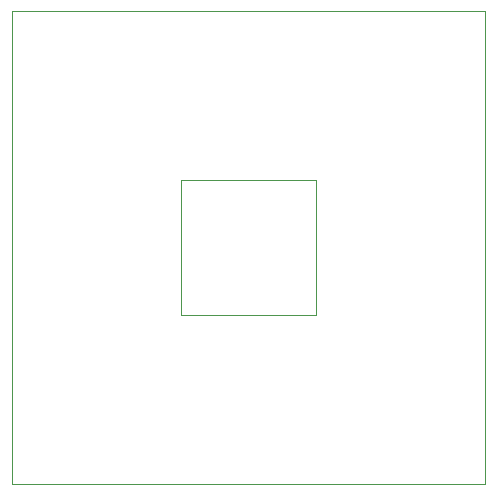
<source format=gbr>
G04 #@! TF.GenerationSoftware,KiCad,Pcbnew,(5.1.5)-3*
G04 #@! TF.CreationDate,2020-01-16T17:02:51-07:00*
G04 #@! TF.ProjectId,Igloo10,49676c6f-6f31-4302-9e6b-696361645f70,rev?*
G04 #@! TF.SameCoordinates,Original*
G04 #@! TF.FileFunction,Profile,NP*
%FSLAX46Y46*%
G04 Gerber Fmt 4.6, Leading zero omitted, Abs format (unit mm)*
G04 Created by KiCad (PCBNEW (5.1.5)-3) date 2020-01-16 17:02:51*
%MOMM*%
%LPD*%
G04 APERTURE LIST*
%ADD10C,0.050000*%
G04 APERTURE END LIST*
D10*
X121585000Y-59755000D02*
X121585000Y-71185000D01*
X135870000Y-45470000D02*
X135870000Y-85470000D01*
X110155000Y-59755000D02*
X121585000Y-59755000D01*
X110155000Y-71185000D02*
X110155000Y-59755000D01*
X135870000Y-85470000D02*
X95870000Y-85470000D01*
X95870000Y-85470000D02*
X95870000Y-45470000D01*
X121585000Y-71185000D02*
X110155000Y-71185000D01*
X95870000Y-45470000D02*
X135870000Y-45470000D01*
M02*

</source>
